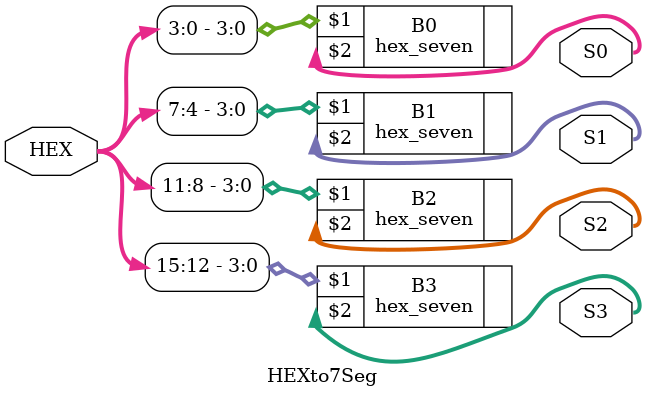
<source format=v>
`define D3 HEX[15:12] 
`define D2 HEX[11:8] 
`define D1 HEX[7:4] 
`define D0 HEX[3:0]  

module HEXto7Seg(
    input [15:0] HEX,
    output [6:0] S0,
    output [6:0] S1,
    output [6:0] S2,
    output [6:0] S3
    );
    
    hex_seven B0 (`D0,S0);
    hex_seven B1 (`D1,S1);
    hex_seven B2 (`D2,S2);
    hex_seven B3 (`D3,S3);
    
endmodule
</source>
